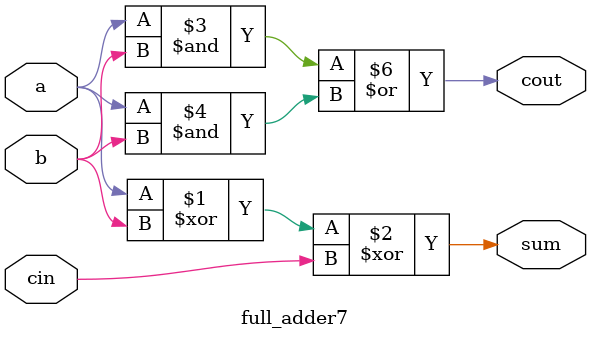
<source format=v>
module full_adder7(a,b,cin,sum,cout);
input a,b,cin;
output sum,cout;
assign sum = a^b^cin;
assign cout = a&b|1'b1&(a&b); 
// initial begin
//     $display("The incorrect adder with and1 having in1/1");
// end   
endmodule
</source>
